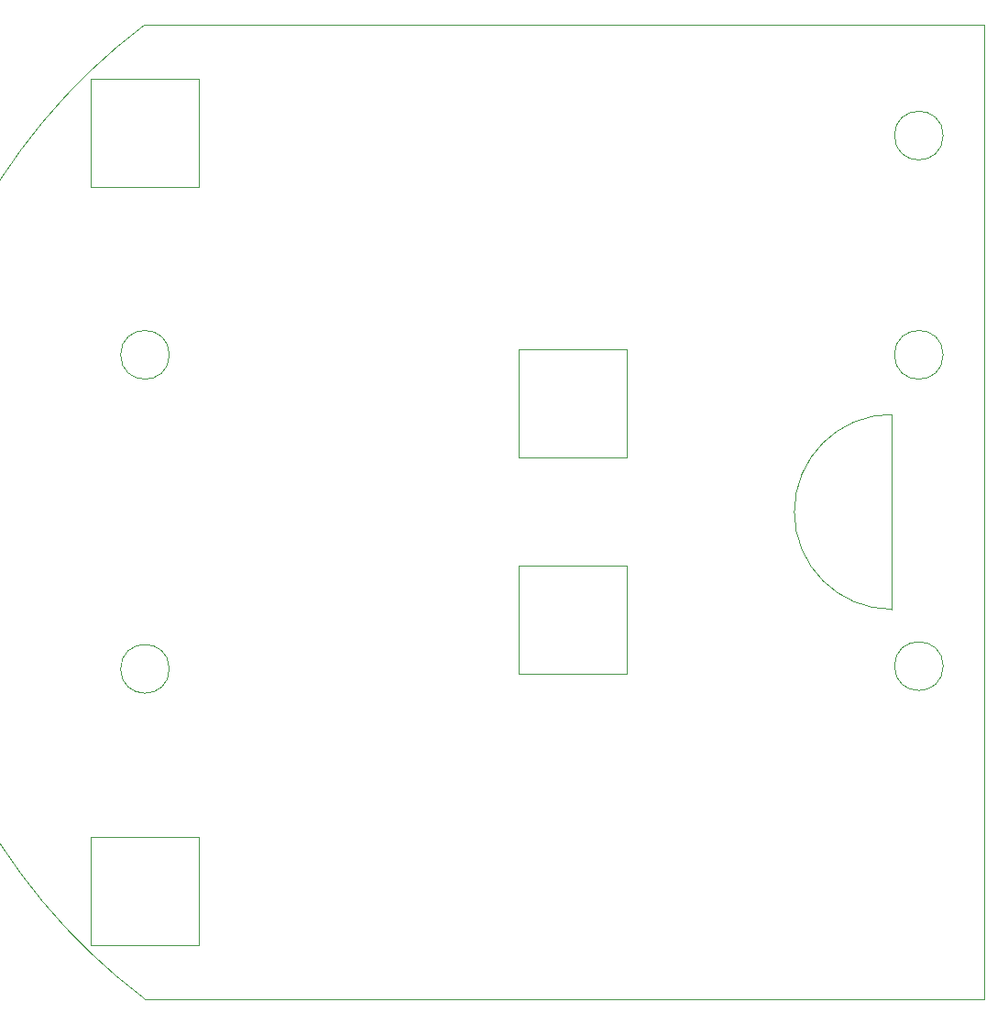
<source format=gbr>
%TF.GenerationSoftware,KiCad,Pcbnew,7.0.8*%
%TF.CreationDate,2024-03-30T19:43:29+07:00*%
%TF.ProjectId,2wd_control_pcbway,3277645f-636f-46e7-9472-6f6c5f706362,rev?*%
%TF.SameCoordinates,Original*%
%TF.FileFunction,Profile,NP*%
%FSLAX46Y46*%
G04 Gerber Fmt 4.6, Leading zero omitted, Abs format (unit mm)*
G04 Created by KiCad (PCBNEW 7.0.8) date 2024-03-30 19:43:29*
%MOMM*%
%LPD*%
G01*
G04 APERTURE LIST*
%TA.AperFunction,Profile*%
%ADD10C,0.100000*%
%TD*%
G04 APERTURE END LIST*
D10*
X205750000Y-66500001D02*
G75*
G03*
X205750000Y-84499999I0J-8999999D01*
G01*
X214250000Y-30500000D02*
X204500000Y-30500000D01*
X214250000Y-99000000D02*
X214250000Y-30500000D01*
X171250000Y-60500000D02*
X181250000Y-60500000D01*
X181250000Y-70500000D01*
X171250000Y-70500000D01*
X171250000Y-60500000D01*
X214250000Y-120500000D02*
X214250000Y-99000000D01*
X131750000Y-35500000D02*
X141750000Y-35500000D01*
X141750000Y-45500000D01*
X131750000Y-45500000D01*
X131750000Y-35500000D01*
X210500000Y-61000000D02*
G75*
G03*
X210500000Y-61000000I-2250000J0D01*
G01*
X204500000Y-120500000D02*
X136750000Y-120500000D01*
X205750000Y-66500001D02*
X205750000Y-84499999D01*
X204500000Y-120500000D02*
X214250000Y-120500000D01*
X210500000Y-40750000D02*
G75*
G03*
X210500000Y-40750000I-2250000J0D01*
G01*
X136750000Y-30500000D02*
X204500000Y-30500000D01*
X131750000Y-105500000D02*
X141750000Y-105500000D01*
X141750000Y-115500000D01*
X131750000Y-115500000D01*
X131750000Y-105500000D01*
X139000000Y-61000000D02*
G75*
G03*
X139000000Y-61000000I-2250000J0D01*
G01*
X136750001Y-30500002D02*
G75*
G03*
X136750001Y-120499998I33874999J-44999998D01*
G01*
X139000000Y-90000000D02*
G75*
G03*
X139000000Y-90000000I-2250000J0D01*
G01*
X210500000Y-89750000D02*
G75*
G03*
X210500000Y-89750000I-2250000J0D01*
G01*
X171250000Y-80500000D02*
X181250000Y-80500000D01*
X181250000Y-90500000D01*
X171250000Y-90500000D01*
X171250000Y-80500000D01*
M02*

</source>
